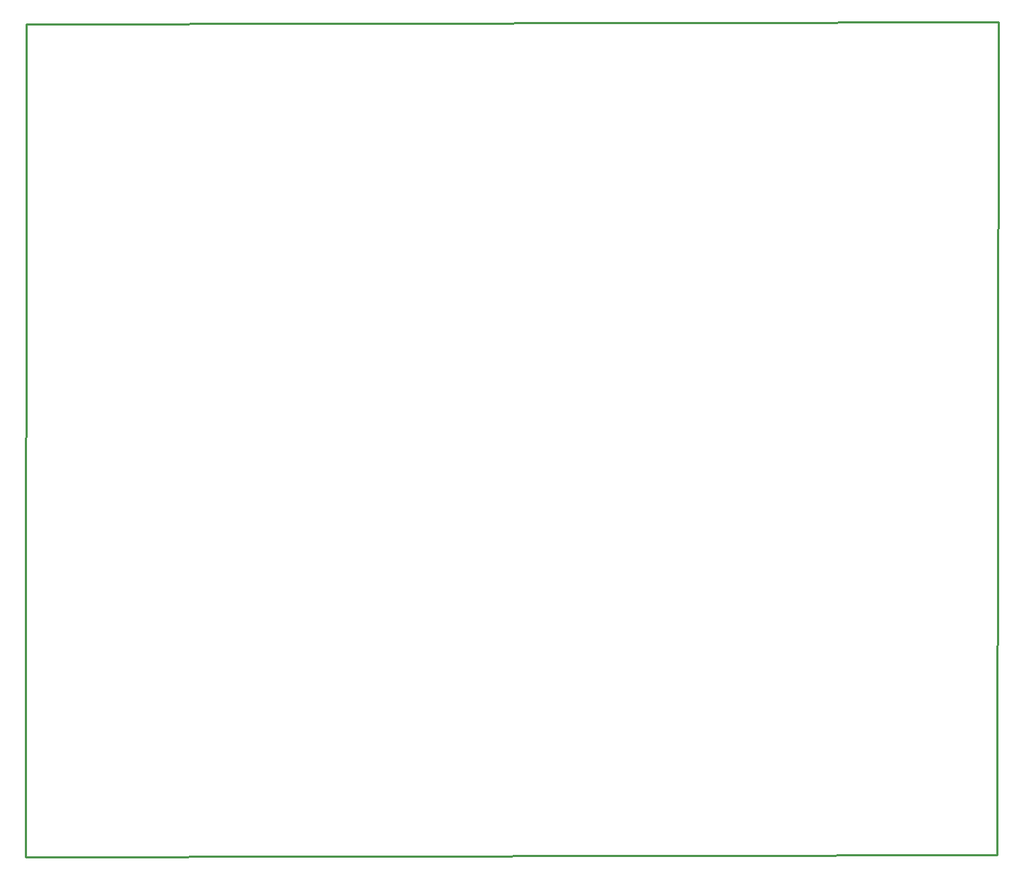
<source format=gbr>
G04 EAGLE Gerber RS-274X export*
G75*
%MOMM*%
%FSLAX34Y34*%
%LPD*%
%IN*%
%IPPOS*%
%AMOC8*
5,1,8,0,0,1.08239X$1,22.5*%
G01*
%ADD10C,0.254000*%


D10*
X-109220Y-95250D02*
X1049530Y-92710D01*
X1050800Y901600D01*
X-107950Y899060D01*
X-109220Y-95250D01*
M02*

</source>
